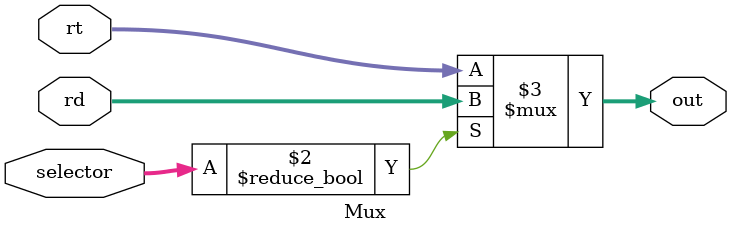
<source format=v>
`timescale 1ns / 1ps


module Mux(rd, rt, selector, out);

input [4:0] rd, rt;
input [1:0] selector;
output reg [4:0] out;

//mux on selector
always @ (selector or rd or rt)
begin
    out = (selector) ? rd : rt;
end
endmodule

</source>
